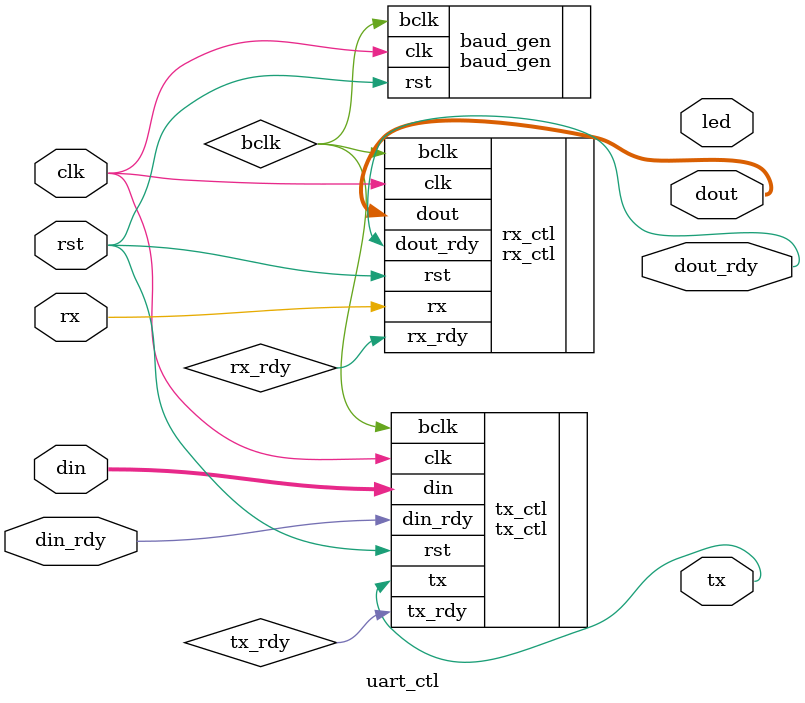
<source format=v>
module uart_ctl(
    input           clk,
    input           rst,

    /* I/O buses. */
    input           rx,

    /* Data to send. */
    input    [7:0]  din,
    /* Data to send is ready. */
    input           din_rdy,

    output          tx,
    /* Received data. */
    output   [7:0]  dout,
    /* Receive ends; data ready. */
    output          dout_rdy,
	 output [7:0] led
    /* Controller ready for transmission. */
//    output          tx_rdy,
    /* Controller ready for reception. */
//    output          rx_rdy
);

    wire    bclk;

    baud_gen baud_gen(
        .clk(clk),
        .rst(rst),

        .bclk(bclk)
    );

    rx_ctl rx_ctl(
        .clk (clk),
        .rst (rst),

        .bclk(bclk),
        .rx  (rx),

        .dout    (dout),
        .dout_rdy(dout_rdy),
        .rx_rdy  (rx_rdy)
    );

    tx_ctl tx_ctl(
        .clk (clk),
        .rst (rst),
        .bclk(bclk),

        .din    (din),
        .din_rdy(din_rdy),

        .tx    (tx),
        .tx_rdy(tx_rdy)
    );

endmodule

</source>
